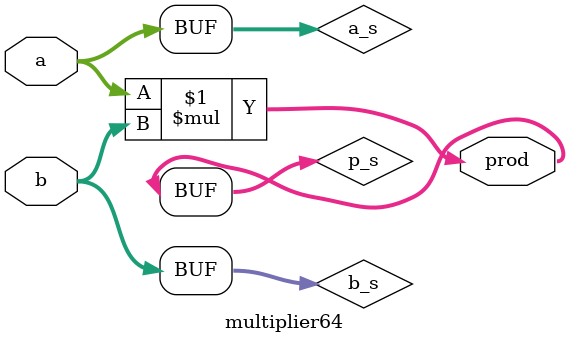
<source format=v>
module multiplier64(
    input  [63:0] a,
    input  [63:0] b,
    output [127:0] prod
);
    wire signed [63:0]  a_s = a;
    wire signed [63:0]  b_s = b;
    wire signed [127:0] p_s = a_s * b_s;

    assign prod = p_s;
endmodule
</source>
